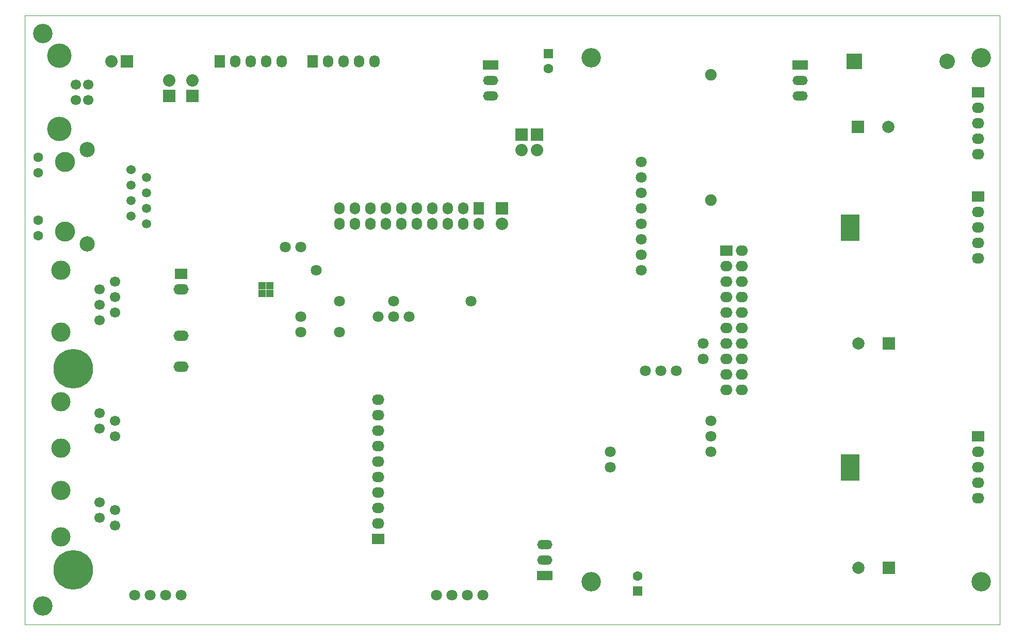
<source format=gbr>
G04 #@! TF.FileFunction,Soldermask,Bot*
%FSLAX46Y46*%
G04 Gerber Fmt 4.6, Leading zero omitted, Abs format (unit mm)*
G04 Created by KiCad (PCBNEW 4.0.3-stable) date 09/09/16 20:24:20*
%MOMM*%
%LPD*%
G01*
G04 APERTURE LIST*
%ADD10C,0.100000*%
%ADD11R,2.500000X1.500000*%
%ADD12O,2.500000X1.500000*%
%ADD13C,1.700000*%
%ADD14C,3.170000*%
%ADD15C,3.200000*%
%ADD16R,2.032000X1.727200*%
%ADD17O,2.032000X1.727200*%
%ADD18C,6.500000*%
%ADD19C,3.300000*%
%ADD20C,1.524000*%
%ADD21C,1.500000*%
%ADD22C,2.500000*%
%ADD23C,1.600000*%
%ADD24C,2.540000*%
%ADD25R,2.540000X2.540000*%
%ADD26R,2.032000X2.032000*%
%ADD27O,2.032000X2.032000*%
%ADD28R,1.727200X2.000000*%
%ADD29O,1.727200X2.000000*%
%ADD30R,1.727200X2.032000*%
%ADD31O,1.727200X2.032000*%
%ADD32R,2.000000X1.727200*%
%ADD33O,2.000000X1.727200*%
%ADD34C,1.900000*%
%ADD35C,1.800000*%
%ADD36O,2.500000X1.727200*%
%ADD37R,1.500000X1.500000*%
%ADD38C,4.000000*%
%ADD39R,1.300000X1.300000*%
%ADD40R,1.600000X1.600000*%
%ADD41R,2.000000X2.000000*%
%ADD42C,2.000000*%
G04 APERTURE END LIST*
D10*
X0Y-100000000D02*
X0Y0D01*
X160000000Y-100000000D02*
X0Y-100000000D01*
X160000000Y0D02*
X160000000Y-100000000D01*
X0Y0D02*
X160000000Y0D01*
D11*
X76445000Y-8180000D03*
D12*
X76445000Y-10720000D03*
X76445000Y-13260000D03*
D13*
X14850000Y-48820000D03*
X14850000Y-46280000D03*
X12310000Y-45010000D03*
X12310000Y-47550000D03*
D14*
X5960000Y-51995000D03*
X5960000Y-41835000D03*
D13*
X12310000Y-50090000D03*
X14850000Y-43740000D03*
D15*
X157000000Y-93000000D03*
X3000000Y-97000000D03*
X93000000Y-7000000D03*
X157000000Y-7000000D03*
X93000000Y-93000000D03*
X3000000Y-3000000D03*
D13*
X14850000Y-83745000D03*
X14850000Y-81205000D03*
X12310000Y-79935000D03*
X12310000Y-82475000D03*
D14*
X5960000Y-85650000D03*
X5960000Y-78030000D03*
D13*
X14850000Y-69140000D03*
X14850000Y-66600000D03*
X12310000Y-65330000D03*
X12310000Y-67870000D03*
D14*
X5960000Y-71045000D03*
X5960000Y-63425000D03*
D16*
X58000000Y-86000000D03*
D17*
X58000000Y-83460000D03*
X58000000Y-80920000D03*
X58000000Y-78380000D03*
X58000000Y-75840000D03*
X58000000Y-73300000D03*
X58000000Y-70760000D03*
X58000000Y-68220000D03*
X58000000Y-65680000D03*
X58000000Y-63140000D03*
D18*
X8000000Y-91000000D03*
X8000000Y-58000000D03*
D19*
X6595000Y-35470000D03*
X6595000Y-24070000D03*
D20*
X17455000Y-25325000D03*
D21*
X19995000Y-26595000D03*
X17455000Y-27865000D03*
X19995000Y-29135000D03*
X17455000Y-30405000D03*
X19995000Y-31675000D03*
X17455000Y-32945000D03*
D22*
X10295000Y-37520000D03*
X10295000Y-22020000D03*
D23*
X2215000Y-36210000D03*
X2215000Y-25870000D03*
X2215000Y-33670000D03*
X2215000Y-23330000D03*
D21*
X19995000Y-34215000D03*
D11*
X85335000Y-92000000D03*
D12*
X85335000Y-89460000D03*
X85335000Y-86920000D03*
D11*
X127245000Y-8180000D03*
D12*
X127245000Y-10720000D03*
X127245000Y-13260000D03*
D24*
X151376220Y-7542040D03*
D25*
X136136220Y-7542040D03*
D26*
X81525000Y-19610000D03*
D27*
X81525000Y-22150000D03*
D26*
X16755000Y-7545000D03*
D27*
X14215000Y-7545000D03*
D26*
X78350000Y-31675000D03*
D27*
X78350000Y-34215000D03*
D26*
X23740000Y-13260000D03*
D27*
X23740000Y-10720000D03*
D26*
X27550000Y-13260000D03*
D27*
X27550000Y-10720000D03*
D26*
X84065000Y-19610000D03*
D27*
X84065000Y-22150000D03*
D28*
X74540000Y-31675000D03*
D29*
X74540000Y-34215000D03*
X72000000Y-31675000D03*
X72000000Y-34215000D03*
X69460000Y-31675000D03*
X69460000Y-34215000D03*
X66920000Y-31675000D03*
X66920000Y-34215000D03*
X64380000Y-31675000D03*
X64380000Y-34215000D03*
X61840000Y-31675000D03*
X61840000Y-34215000D03*
X59300000Y-31675000D03*
X59300000Y-34215000D03*
X56760000Y-31675000D03*
X56760000Y-34215000D03*
X54220000Y-31675000D03*
X54220000Y-34215000D03*
X51680000Y-31675000D03*
X51680000Y-34215000D03*
D16*
X156455000Y-12625000D03*
D17*
X156455000Y-15165000D03*
X156455000Y-17705000D03*
X156455000Y-20245000D03*
X156455000Y-22785000D03*
D30*
X31995000Y-7545000D03*
D31*
X34535000Y-7545000D03*
X37075000Y-7545000D03*
X39615000Y-7545000D03*
X42155000Y-7545000D03*
D16*
X156455000Y-29770000D03*
D17*
X156455000Y-32310000D03*
X156455000Y-34850000D03*
X156455000Y-37390000D03*
X156455000Y-39930000D03*
D16*
X156455000Y-69140000D03*
D17*
X156455000Y-71680000D03*
X156455000Y-74220000D03*
X156455000Y-76760000D03*
X156455000Y-79300000D03*
D30*
X47235000Y-7545000D03*
D31*
X49775000Y-7545000D03*
X52315000Y-7545000D03*
X54855000Y-7545000D03*
X57395000Y-7545000D03*
D32*
X115180000Y-38660000D03*
D33*
X117720000Y-38660000D03*
X115180000Y-41200000D03*
X117720000Y-41200000D03*
X115180000Y-43740000D03*
X117720000Y-43740000D03*
X115180000Y-46280000D03*
X117720000Y-46280000D03*
X115180000Y-48820000D03*
X117720000Y-48820000D03*
X115180000Y-51360000D03*
X117720000Y-51360000D03*
X115180000Y-53900000D03*
X117720000Y-53900000D03*
X115180000Y-56440000D03*
X117720000Y-56440000D03*
X115180000Y-58980000D03*
X117720000Y-58980000D03*
X115180000Y-61520000D03*
X117720000Y-61520000D03*
D34*
X112640000Y-30300000D03*
X112640000Y-9800000D03*
D35*
X96130000Y-74220000D03*
X101210000Y-29135000D03*
X101210000Y-26595000D03*
X101210000Y-41835000D03*
X58030000Y-49455000D03*
X42790000Y-38025000D03*
X60570000Y-49455000D03*
X47870000Y-41835000D03*
X51680000Y-46915000D03*
X63110000Y-49455000D03*
X73270000Y-46915000D03*
X45330000Y-38025000D03*
X60570000Y-46915000D03*
X51680000Y-51995000D03*
X45330000Y-49455000D03*
X45330000Y-51995000D03*
X111370000Y-53900000D03*
X106925000Y-58345000D03*
X25645000Y-95175000D03*
X20565000Y-95175000D03*
X72635000Y-95175000D03*
X70095000Y-95175000D03*
X67555000Y-95175000D03*
X75175000Y-95175000D03*
X23105000Y-95175000D03*
X18025000Y-95175000D03*
X112640000Y-66600000D03*
X104385000Y-58345000D03*
X101845000Y-58345000D03*
X112640000Y-69140000D03*
X112640000Y-71680000D03*
X96130000Y-71680000D03*
X101210000Y-24055000D03*
X101210000Y-34215000D03*
X101210000Y-39295000D03*
X101210000Y-31675000D03*
X101210000Y-36755000D03*
X111370000Y-56440000D03*
D16*
X25645000Y-42470000D03*
D36*
X25645000Y-45010000D03*
X25645000Y-52630000D03*
X25645000Y-57710000D03*
D37*
X134750000Y-74220000D03*
X136250000Y-74220000D03*
X136250000Y-72820000D03*
X134750000Y-72820000D03*
X134750000Y-75620000D03*
X136250000Y-75620000D03*
X134750000Y-34850000D03*
X136250000Y-34850000D03*
X136250000Y-33450000D03*
X134750000Y-33450000D03*
X134750000Y-36250000D03*
X136250000Y-36250000D03*
D13*
X10416000Y-13875000D03*
X10416000Y-11375000D03*
X8416000Y-11375000D03*
X8416000Y-13875000D03*
D38*
X5706000Y-18645000D03*
X5706000Y-6605000D03*
D39*
X40265000Y-45660000D03*
X40265000Y-44360000D03*
X38965000Y-45660000D03*
X38965000Y-44360000D03*
D40*
X85970000Y-6275000D03*
D23*
X85970000Y-8775000D03*
D40*
X100575000Y-94540000D03*
D23*
X100575000Y-92040000D03*
D41*
X141850000Y-90730000D03*
D42*
X136850000Y-90730000D03*
D41*
X141850000Y-53900000D03*
D42*
X136850000Y-53900000D03*
D41*
X136770000Y-18340000D03*
D42*
X141770000Y-18340000D03*
M02*

</source>
